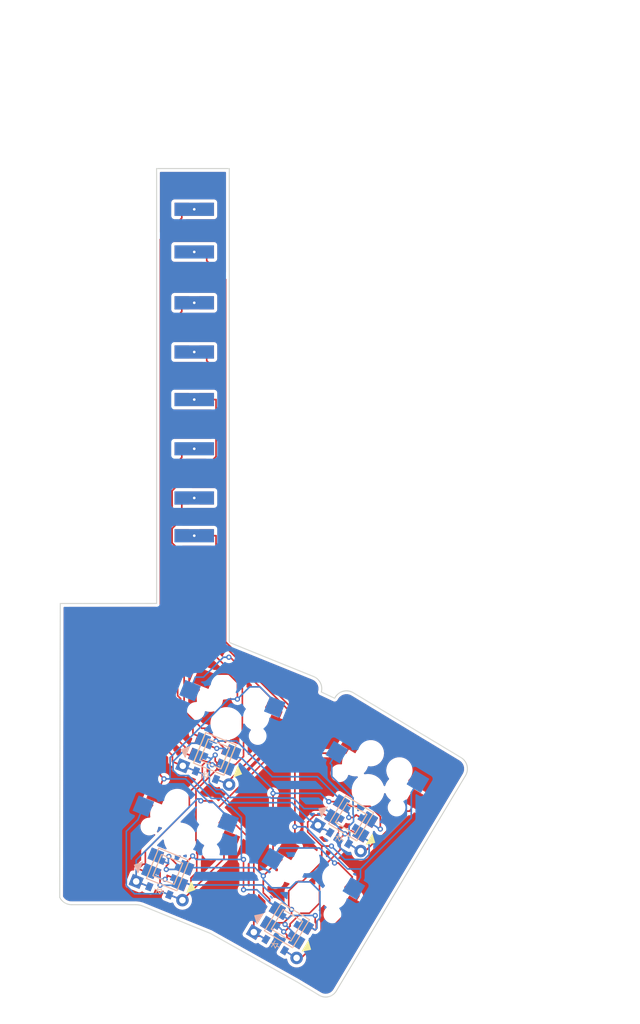
<source format=kicad_pcb>
(kicad_pcb (version 20211014) (generator pcbnew)
  (title_block (title "scaarix_flow") (rev "v1.0.0") (company "Unknown"))
  (layers (0 "F.Cu" signal) (31 "B.Cu" signal) (34 "B.Paste" user) (35 "F.Paste" user) (36 "B.SilkS" user "B.Silkscreen") (37 "F.SilkS" user "F.Silkscreen") (38 "B.Mask" user) (39 "F.Mask" user) (44 "Edge.Cuts" user))
  (net 0 "")
  (net 1 "GND")
  (net 2 "VCC")
  (net 3 "P19")
  (net 4 "P18")
  (net 5 "P16")
  (net 6 "P10")
  (net 7 "P1")
  (net 8 "1_bottom")
  (net 9 "1_top")
  (net 10 "2_bottom")
  (net 11 "2_top")
  (net 12 "D1")
  (footprint "ComboDiode" (layer "F.Cu") (at 299.5937 174.0517 -31)
    (fp_text reference "D27" hide)
    (fp_text value "" hide)
  )
  (footprint "ComboDiode" (layer "F.Cu") (at 279.2334 164.4522 -22)
    (fp_text reference "D25" hide)
    (fp_text value "" hide)
  )
  (footprint "WS2812B" (layer "F.Cu") (at 301.3963 171.0516 -31)
    (fp_text reference "LED27" hide)
    (fp_text value "" hide)
  )
  (footprint "MX" (layer "F.Cu") (at 282.4175 156.5711 -22)
    (fp_text reference "S25" hide)
    (fp_text value "" hide)
  )
  (footprint "ComboDiode" (layer "F.Cu") (at 289.808 190.3378 -31)
    (fp_text reference "D26" hide)
    (fp_text value "" hide)
  )
  (footprint "WS2812B" (layer "F.Cu") (at 291.6106 187.3378 -31)
    (fp_text reference "LED26" hide)
    (fp_text value "" hide)
  )
  (footprint "MX" (layer "F.Cu") (at 303.9715 166.7657 -31)
    (fp_text reference "S27" hide)
    (fp_text value "" hide)
  )
  (footprint "WS2812B" (layer "F.Cu") (at 273.427 178.8235 -22)
    (fp_text reference "LED24" hide)
    (fp_text value "" hide)
  )
  (footprint "WS2812B" (layer "F.Cu") (at 280.5445 161.207 -22)
    (fp_text reference "LED25" hide)
    (fp_text value "" hide)
  )
  (footprint "ComboDiode" (layer "F.Cu") (at 272.1158 182.0686 -22)
    (fp_text reference "D24" hide)
    (fp_text value "" hide)
  )
  (footprint "MX" (layer "F.Cu") (at 275.3 174.1876 -22)
    (fp_text reference "S24" hide)
    (fp_text value "" hide)
  )
  (footprint "MX" (layer "F.Cu") (at 294.1858 183.0519 -31)
    (fp_text reference "S26" hide)
    (fp_text value "" hide)
  )
  (footprint "eric's footprints:bridge" (layer "B.Cu") (at 277.45 107.7 90)
    (fp_text reference "J2" hide)
    (fp_text value "Conn_01x06" hide)
  )
  (footprint "WS2812B" (layer "B.Cu") (at 280.6 161.2125 158)
    (fp_text reference "LED52" hide)
    (fp_text value "" hide)
  )
  (footprint "WS2812B" (layer "B.Cu") (at 273.4 178.8125 158)
    (fp_text reference "LED51" hide)
    (fp_text value "" hide)
  )
  (footprint "WS2812B" (layer "B.Cu") (at 301.4 171.0125 149)
    (fp_text reference "LED54" hide)
    (fp_text value "" hide)
  )
  (footprint "WS2812B" (layer "B.Cu") (at 291.6 187.3125 149)
    (fp_text reference "LED53" hide)
    (fp_text value "" hide)
  )
  (gr_arc (start 318.174778 161.766927) (mid 319.085152 162.997452) (end 318.859037 164.511338) (layer "Edge.Cuts") (width 0.15))
  (gr_line (start 293.160869 195.970681) (end 296.440172 197.939388) (layer "Edge.Cuts") (width 0.15))
  (gr_line (start 256.916673 183.068496) (end 257 138.28) (layer "Edge.Cuts") (width 0.15))
  (gr_line (start 308.970306 180.96895) (end 318.859037 164.511338) (layer "Edge.Cuts") (width 0.15))
  (gr_line (start 298.972756 152.562455) (end 298.876192 152.723164) (layer "Edge.Cuts") (width 0.15))
  (gr_arc (start 279.908969 188.559805) (mid 279.882175 188.549644) (end 279.855529 188.5391) (layer "Edge.Cuts") (width 0.15))
  (gr_arc (start 298.972755 152.562455) (mid 300.203252 151.651963) (end 301.717166 151.878196) (layer "Edge.Cuts") (width 0.15))
  (gr_line (start 282.8 71.987543) (end 271.7 71.987543) (layer "Edge.Cuts") (width 0.15))
  (gr_line (start 282.8 144.212458) (end 282.8 71.987543) (layer "Edge.Cuts") (width 0.15))
  (gr_line (start 279.908969 188.559805) (end 293.160869 195.970681) (layer "Edge.Cuts") (width 0.15))
  (gr_line (start 271.7 138.270019) (end 271.7 71.987543) (layer "Edge.Cuts") (width 0.15))
  (gr_line (start 295.663929 149.411941) (end 282.8 144.212458) (layer "Edge.Cuts") (width 0.15))
  (gr_arc (start 299.184583 197.255129) (mid 297.96504 198.209554) (end 296.440172 197.939388) (layer "Edge.Cuts") (width 0.15))
  (gr_line (start 258.712202 184.187544) (end 268.501909 184.187544) (layer "Edge.Cuts") (width 0.15))
  (gr_line (start 318.174778 161.766927) (end 301.717166 151.878196) (layer "Edge.Cuts") (width 0.15))
  (gr_arc (start 268.501909 184.187544) (mid 269.074337 184.24266) (end 269.625729 184.405992) (layer "Edge.Cuts") (width 0.15))
  (gr_arc (start 258.712201 184.187544) (mid 257.654359 183.884868) (end 256.916673 183.068496) (layer "Edge.Cuts") (width 0.15))
  (gr_line (start 269.625729 184.405992) (end 279.855529 188.5391) (layer "Edge.Cuts") (width 0.15))
  (gr_line (start 257 138.28) (end 271.7 138.270019) (layer "Edge.Cuts") (width 0.15))
  (gr_arc (start 295.663929 149.411941) (mid 296.70144 150.367661) (end 296.850142 151.770415) (layer "Edge.Cuts") (width 0.15))
  (gr_line (start 298.876192 152.723164) (end 296.850142 151.770415) (layer "Edge.Cuts") (width 0.15))
  (gr_line (start 299.184583 197.255129) (end 308.970306 180.96895) (layer "Edge.Cuts") (width 0.15))
  (segment (start 292.9295 189.9969) (end 291.5958 189.1956) (width 0.25) (layer "F.Cu") (net 1))
  (segment (start 292.9295 189.9969) (end 293.0457 189.8807) (width 0.25) (layer "F.Cu") (net 1))
  (segment (start 277.936 176.4618) (end 277.824 176.3498) (width 0.25) (layer "F.Cu") (net 1))
  (segment (start 301.3815 172.9094) (end 300.9018 173.3891) (width 0.25) (layer "F.Cu") (net 1))
  (segment (start 282.2565 163.6204) (end 282.2565 162.8424) (width 0.25) (layer "F.Cu") (net 1))
  (segment (start 280.7751 146.3819) (end 284.7928 150.3996) (width 0.25) (layer "F.Cu") (net 1))
  (segment (start 291.1047 188.3079) (end 291.1661 188.3693) (width 0.25) (layer "F.Cu") (net 1))
  (segment (start 299.7218 174.1142) (end 299.7218 175.8318) (width 0.25) (layer "F.Cu") (net 1))
  (segment (start 280.9248 163.6204) (end 282.2565 163.6204) (width 0.25) (layer "F.Cu") (net 1))
  (segment (start 280.7751 127.95) (end 280.7751 146.3819) (width 0.25) (layer "F.Cu") (net 1))
  (segment (start 276.9549 180.1092) (end 277.824 179.2401) (width 0.25) (layer "F.Cu") (net 1))
  (segment (start 277.45 127.95) (end 280.7751 127.95) (width 0.25) (layer "F.Cu") (net 1))
  (segment (start 291.1661 188.3693) (end 291.5958 188.799) (width 0.25) (layer "F.Cu") (net 1))
  (segment (start 277.824 176.3498) (end 277.824 174.476) (width 0.25) (layer "F.Cu") (net 1))
  (segment (start 277.7115 174.3635) (end 277.7115 166.7445) (width 0.25) (layer "F.Cu") (net 1))
  (segment (start 296.5677 183.9563) (end 295.0321 185.4919) (width 0.25) (layer "F.Cu") (net 1))
  (segment (start 300.9018 173.3891) (end 300.4469 173.3891) (width 0.25) (layer "F.Cu") (net 1))
  (segment (start 284.7928 150.3996) (end 284.7928 157.8413) (width 0.25) (layer "F.Cu") (net 1))
  (segment (start 302.7152 173.7107) (end 301.3815 172.9094) (width 0.25) (layer "F.Cu") (net 1))
  (segment (start 292.0844 187.121) (end 292.0844 187.451) (width 0.25) (layer "F.Cu") (net 1))
  (segment (start 273.3232 179.7253) (end 273.3232 179.9906) (width 0.25) (layer "F.Cu") (net 1))
  (segment (start 300.4469 173.3891) (end 299.7218 174.1142) (width 0.25) (layer "F.Cu") (net 1))
  (segment (start 284.7928 157.8413) (end 284.9735 158.022) (width 0.25) (layer "F.Cu") (net 1))
  (segment (start 293.0457 189.8807) (end 293.0457 189.2209) (width 0.25) (layer "F.Cu") (net 1))
  (segment (start 275.139 180.4589) (end 276.9549 181.1925) (width 0.25) (layer "F.Cu") (net 1))
  (segment (start 302.7152 173.7107) (end 302.8314 173.5945) (width 0.25) (layer "F.Cu") (net 1))
  (segment (start 276.9549 181.1925) (end 276.9549 180.1092) (width 0.25) (layer "F.Cu") (net 1))
  (segment (start 283.718 162.8424) (end 282.2565 162.8424) (width 0.25) (layer "F.Cu") (net 1))
  (segment (start 275.139 181.2369) (end 275.139 180.4589) (width 0.25) (layer "F.Cu") (net 1))
  (segment (start 279.35 127.95) (end 277.45 127.95) (width 0.25) (layer "F.Cu") (net 1))
  (segment (start 295.0321 185.4919) (end 293.7135 185.4919) (width 0.25) (layer "F.Cu") (net 1))
  (segment (start 277.824 177.1746) (end 277.936 177.0626) (width 0.25) (layer "F.Cu") (net 1))
  (segment (start 292.0844 187.451) (end 291.1661 188.3693) (width 0.25) (layer "F.Cu") (net 1))
  (segment (start 284.9735 158.022) (end 284.9735 161.5869) (width 0.25) (layer "F.Cu") (net 1))
  (segment (start 284.9735 161.5869) (end 283.718 162.8424) (width 0.25) (layer "F.Cu") (net 1))
  (segment (start 302.8314 173.5945) (end 302.8314 172.9347) (width 0.25) (layer "F.Cu") (net 1))
  (segment (start 277.824 174.476) (end 277.7115 174.3635) (width 0.25) (layer "F.Cu") (net 1))
  (segment (start 296.5677 178.9859) (end 296.5677 183.9563) (width 0.25) (layer "F.Cu") (net 1))
  (segment (start 277.824 179.2401) (end 277.824 177.1746) (width 0.25) (layer "F.Cu") (net 1))
  (segment (start 277.7115 166.7445) (end 280.8356 163.6204) (width 0.25) (layer "F.Cu") (net 1))
  (segment (start 275.139 180.4589) (end 273.3232 179.7253) (width 0.25) (layer "F.Cu") (net 1))
  (segment (start 280.8356 163.6204) (end 280.9248 163.6204) (width 0.25) (layer "F.Cu") (net 1))
  (segment (start 277.936 177.0626) (end 277.936 176.4618) (width 0.25) (layer "F.Cu") (net 1))
  (segment (start 275.55 127.95) (end 277.45 127.95) (width 0.25) (layer "F.Cu") (net 1))
  (segment (start 299.7218 175.8318) (end 296.5677 178.9859) (width 0.25) (layer "F.Cu") (net 1))
  (segment (start 273.3232 179.9906) (end 273.0036 180.3102) (width 0.25) (layer "F.Cu") (net 1))
  (segment (start 275.1456 181.2435) (end 275.139 181.2369) (width 0.25) (layer "F.Cu") (net 1))
  (segment (start 280.9248 163.6204) (end 280.9248 162.5649) (width 0.25) (layer "F.Cu") (net 1))
  (segment (start 280.6481 162.2882) (end 280.6481 161.3777) (width 0.25) (layer "F.Cu") (net 1))
  (segment (start 282.2631 163.627) (end 282.2565 163.6204) (width 0.25) (layer "F.Cu") (net 1))
  (segment (start 293.7135 185.4919) (end 292.0844 187.121) (width 0.25) (layer "F.Cu") (net 1))
  (segment (start 291.5958 188.799) (end 291.5958 189.1956) (width 0.25) (layer "F.Cu") (net 1))
  (segment (start 280.9248 162.5649) (end 280.6481 162.2882) (width 0.25) (layer "F.Cu") (net 1))
  (via (at 273.0036 180.3102) (size 0.8) (drill 0.4) (layers "F.Cu" "B.Cu") (net 1))
  (via (at 291.1047 188.3079) (size 0.8) (drill 0.4) (layers "F.Cu" "B.Cu") (net 1))
  (via (at 300.4469 173.3891) (size 0.8) (drill 0.4) (layers "F.Cu" "B.Cu") (net 1))
  (via (at 280.6481 161.3777) (size 0.8) (drill 0.4) (layers "F.Cu" "B.Cu") (net 1))
  (segment (start 294.2085 169.5437) (end 297.3514 169.5437) (width 0.25) (layer "B.Cu") (net 1))
  (segment (start 288.633 187.3964) (end 288.7148 187.3964) (width 0.25) (layer "B.Cu") (net 1))
  (segment (start 280.6039 161.3777) (end 280.6481 161.3777) (width 0.25) (layer "B.Cu") (net 1))
  (segment (start 270.4827 179.3595) (end 272.0578 179.9959) (width 0.25) (layer "B.Cu") (net 1))
  (segment (start 288.7966 187.3964) (end 289.2636 186.9294) (width 0.25) (layer "B.Cu") (net 1))
  (segment (start 279.4746 162.565) (end 279.4746 163.1656) (width 0.25) (layer "B.Cu") (net 1))
  (segment (start 297.3514 169.5437) (end 297.4942 169.6865) (width 0.25) (layer "B.Cu") (net 1))
  (segment (start 282.9141 167.8345) (end 289.0746 167.8345) (width 0.25) (layer "B.Cu") (net 1))
  (segment (start 279.7512 165.5769) (end 280.7947 166.6204) (width 0.25) (layer "B.Cu") (net 1))
  (segment (start 272.3721 180.3102) (end 272.0578 179.9959) (width 0.25) (layer "B.Cu") (net 1))
  (segment (start 275.55 127.95) (end 277.45 127.95) (width 0.25) (layer "B.Cu") (net 1))
  (segment (start 280.0483 161.9333) (end 280.0483 161.9913) (width 0.25) (layer "B.Cu") (net 1))
  (segment (start 281.7 166.6204) (end 282.9141 167.8345) (width 0.25) (layer "B.Cu") (net 1))
  (segment (start 300.4469 173.3891) (end 298.9374 171.8796) (width 0.25) (layer "B.Cu") (net 1))
  (segment (start 278.2324 161.2098) (end 278.2324 161.1997) (width 0.25) (layer "B.Cu") (net 1))
  (segment (start 289.0746 167.8345) (end 289.1771 167.937) (width 0.25) (layer "B.Cu") (net 1))
  (segment (start 288.7148 187.3964) (end 288.7966 187.3964) (width 0.25) (layer "B.Cu") (net 1))
  (segment (start 279.4746 163.1656) (end 279.7512 163.4422) (width 0.25) (layer "B.Cu") (net 1))
  (segment (start 270.4827 179.3595) (end 271.0324 178.8098) (width 0.25) (layer "B.Cu") (net 1))
  (segment (start 278.2324 161.1997) (end 280.0483 161.9333) (width 0.25) (layer "B.Cu") (net 1))
  (segment (start 280.0483 161.9913) (end 279.4746 162.565) (width 0.25) (layer "B.Cu") (net 1))
  (segment (start 290.1932 187.3964) (end 291.1047 188.3079) (width 0.25) (layer "B.Cu") (net 1))
  (segment (start 273.0036 180.3102) (end 272.3721 180.3102) (width 0.25) (layer "B.Cu") (net 1))
  (segment (start 280.0483 161.9333) (end 280.6039 161.3777) (width 0.25) (layer "B.Cu") (net 1))
  (segment (start 280.7947 166.6204) (end 281.7 166.6204) (width 0.25) (layer "B.Cu") (net 1))
  (segment (start 288.7148 187.3964) (end 290.1932 187.3964) (width 0.25) (layer "B.Cu") (net 1))
  (segment (start 289.1771 167.937) (end 292.6018 167.937) (width 0.25) (layer "B.Cu") (net 1))
  (segment (start 277.45 127.95) (end 279.35 127.95) (width 0.25) (layer "B.Cu") (net 1))
  (segment (start 277.6827 161.7595) (end 278.2324 161.2098) (width 0.25) (layer "B.Cu") (net 1))
  (segment (start 298.9374 171.0964) (end 298.9374 170.7556) (width 0.25) (layer "B.Cu") (net 1))
  (segment (start 298.9374 171.8796) (end 298.9374 171.0964) (width 0.25) (layer "B.Cu") (net 1))
  (segment (start 271.0324 178.8098) (end 271.0324 178.7997) (width 0.25) (layer "B.Cu") (net 1))
  (segment (start 298.9374 170.7556) (end 299.0636 170.6294) (width 0.25) (layer "B.Cu") (net 1))
  (segment (start 299.0636 170.6294) (end 297.4942 169.6865) (width 0.25) (layer "B.Cu") (net 1))
  (segment (start 292.6018 167.937) (end 294.2085 169.5437) (width 0.25) (layer "B.Cu") (net 1))
  (segment (start 298.433 171.0964) (end 298.9374 171.0964) (width 0.25) (layer "B.Cu") (net 1))
  (segment (start 279.7512 163.4422) (end 279.7512 165.5769) (width 0.25) (layer "B.Cu") (net 1))
  (segment (start 299.9878 168.4821) (end 299.9612 168.4821) (width 0.25) (layer "F.Cu") (net 2))
  (segment (start 271.7084 176.4035) (end 271.715 176.4101) (width 0.25) (layer "F.Cu") (net 2))
  (segment (start 275.0829 120.0982) (end 274.0756 121.1055) (width 0.25) (layer "F.Cu") (net 2))
  (segment (start 289.4774 178.3244) (end 287.9896 179.8122) (width 0.25) (layer "F.Cu") (net 2))
  (segment (start 278.8325 159.5716) (end 278.8259 159.565) (width 0.25) (layer "F.Cu") (net 2))
  (segment (start 287.9896 182.3766) (end 288.9582 183.3452) (width 0.25) (layer "F.Cu") (net 2))
  (segment (start 288.9582 183.3452) (end 288.9582 183.8774) (width 0.25) (layer "F.Cu") (net 2))
  (segment (start 301.4111 169.1938) (end 301.4112 169.1937) (width 0.25) (layer "F.Cu") (net 2))
  (segment (start 274.0756 121.1055) (end 274.0756 126.2132) (width 0.25) (layer "F.Cu") (net 2))
  (segment (start 299.9612 168.4821) (end 299.9612 169.1685) (width 0.25) (layer "F.Cu") (net 2))
  (segment (start 273.5308 177.9438) (end 273.1817 178.2929) (width 0.25) (layer "F.Cu") (net 2))
  (segment (start 280.7751 115.8783) (end 276.5552 120.0982) (width 0.25) (layer "F.Cu") (net 2))
  (segment (start 273.6255 126.6633) (end 273.6255 129.2366) (width 0.25) (layer "F.Cu") (net 2))
  (segment (start 271.715 176.4101) (end 271.715 177.1881) (width 0.25) (layer "F.Cu") (net 2))
  (segment (start 300.0774 168.3925) (end 299.9878 168.4821) (width 0.25) (layer "F.Cu") (net 2))
  (segment (start 278.8259 159.565) (end 278.8259 158.787) (width 0.25) (layer "F.Cu") (net 2))
  (segment (start 290.2917 184.6787) (end 288.9581 183.8775) (width 0.25) (layer "F.Cu") (net 2))
  (segment (start 275.3693 152.7842) (end 275.3693 155.3304) (width 0.25) (layer "F.Cu") (net 2))
  (segment (start 278.8259 158.787) (end 277.2508 158.1506) (width 0.25) (layer "F.Cu") (net 2))
  (segment (start 290.1755 185.4547) (end 290.2917 185.3385) (width 0.25) (layer "F.Cu") (net 2))
  (segment (start 275.3693 155.3304) (end 277.2508 157.2119) (width 0.25) (layer "F.Cu") (net 2))
  (segment (start 277.2508 157.2119) (end 277.2508 158.1506) (width 0.25) (layer "F.Cu") (net 2))
  (segment (start 277.45 107.2) (end 280.7751 107.2) (width 0.25) (layer "F.Cu") (net 2))
  (segment (start 274.9192 130.5303) (end 274.9192 152.3341) (width 0.25) (layer "F.Cu") (net 2))
  (segment (start 273.6255 129.2366) (end 274.9192 130.5303) (width 0.25) (layer "F.Cu") (net 2))
  (segment (start 273.1817 178.2929) (end 273.1817 178.8146) (width 0.25) (layer "F.Cu") (net 2))
  (segment (start 280.7676 160.293) (end 280.6182 160.293) (width 0.25) (layer "F.Cu") (net 2))
  (segment (start 273.5308 177.9217) (end 273.5308 177.9438) (width 0.25) (layer "F.Cu") (net 2))
  (segment (start 274.9192 152.3341) (end 275.3693 152.7842) (width 0.25) (layer "F.Cu") (net 2))
  (segment (start 280.7751 107.2) (end 280.7751 115.8783) (width 0.25) (layer "F.Cu") (net 2))
  (segment (start 274.0756 126.2132) (end 273.6255 126.6633) (width 0.25) (layer "F.Cu") (net 2))
  (segment (start 275.55 107.2) (end 277.45 107.2) (width 0.25) (layer "F.Cu") (net 2))
  (segment (start 271.715 177.1881) (end 273.5308 177.9217) (width 0.25) (layer "F.Cu") (net 2))
  (segment (start 300.0774 168.3925) (end 301.4111 169.1938) (width 0.25) (layer "F.Cu") (net 2))
  (segment (start 301.4112 169.1937) (end 304.2708 169.1937) (width 0.25) (layer "F.Cu") (net 2))
  (segment (start 290.2917 185.3385) (end 290.2917 184.6787) (width 0.25) (layer "F.Cu") (net 2))
  (segment (start 276.5552 120.0982) (end 275.0829 120.0982) (width 0.25) (layer "F.Cu") (net 2))
  (segment (start 304.2708 169.1937) (end 305.8546 170.7775) (width 0.25) (layer "F.Cu") (net 2))
  (segment (start 287.9896 179.8122) (end 287.9896 182.3766) (width 0.25) (layer "F.Cu") (net 2))
  (segment (start 305.8546 170.7775) (end 305.8546 172.6594) (width 0.25) (layer "F.Cu") (net 2))
  (segment (start 289.4774 167.2119) (end 289.4774 178.3244) (width 0.25) (layer "F.Cu") (net 2))
  (segment (start 288.9582 183.8774) (end 288.9581 183.8775) (width 0.25) (layer "F.Cu") (net 2))
  (segment (start 280.8862 160.3668) (end 280.8414 160.3668) (width 0.25) (layer "F.Cu") (net 2))
  (segment (start 278.8325 159.5716) (end 280.6182 160.293) (width 0.25) (layer "F.Cu") (net 2))
  (segment (start 280.8414 160.3668) (end 280.7676 160.293) (width 0.25) (layer "F.Cu") (net 2))
  (segment (start 299.9612 168.4821) (end 297.9868 168.4821) (width 0.25) (layer "F.Cu") (net 2))
  (via (at 305.8546 172.6594) (size 0.8) (drill 0.4) (layers "F.Cu" "B.Cu") (net 2))
  (via (at 280.8862 160.3668) (size 0.8) (drill 0.4) (layers "F.Cu" "B.Cu") (net 2))
  (via (at 297.9868 168.4821) (size 0.8) (drill 0.4) (layers "F.Cu" "B.Cu") (net 2))
  (via (at 287.9896 179.8122) (size 0.8) (drill 0.4) (layers "F.Cu" "B.Cu") (net 2))
  (via (at 273.1817 178.8146) (size 0.8) (drill 0.4) (layers "F.Cu" "B.Cu") (net 2))
  (via (at 289.4774 167.2119) (size 0.8) (drill 0.4) (layers "F.Cu" "B.Cu") (net 2))
  (segment (start 286.7177 178.5403) (end 287.9896 179.8122) (width 0.25) (layer "B.Cu") (net 2))
  (segment (start 293.9364 187.6956) (end 294.1 187.6956) (width 0.25) (layer "B.Cu") (net 2))
  (segment (start 275.55 107.2) (end 277.45 107.2) (width 0.25) (layer "B.Cu") (net 2))
  (segment (start 305.6267 172.6594) (end 305.8546 172.6594) (width 0.25) (layer "B.Cu") (net 2))
  (segment (start 289.4774 166.653) (end 289.4774 167.2119) (width 0.25) (layer "B.Cu") (net 2))
  (segment (start 296.1794 186.6774) (end 296.1794 187.7511) (width 0.25) (layer "B.Cu") (net 2))
  (segment (start 292.1103 181.6116) (end 293.0075 180.7144) (width 0.25) (layer "B.Cu") (net 2))
  (segment (start 284.7834 161.9589) (end 284.7834 161.959) (width 0.25) (layer "B.Cu") (net 2))
  (segment (start 282.1192 160.3668) (end 280.8862 160.3668) (width 0.25) (layer "B.Cu") (net 2))
  (segment (start 282.9676 161.2253) (end 284.7834 161.9589) (width 0.25) (layer "B.Cu") (net 2))
  (segment (start 275.7676 178.8152) (end 276.0425 178.5403) (width 0.25) (layer "B.Cu") (net 2))
  (segment (start 275.767 178.8146) (end 275.7676 178.8152) (width 0.25) (layer "B.Cu") (net 2))
  (segment (start 305.3058 172.3385) (end 305.6267 172.6594) (width 0.25) (layer "B.Cu") (net 2))
  (segment (start 294.567 187.2286) (end 295.9007 188.0298) (width 0.25) (layer "B.Cu") (net 2))
  (segment (start 282.9676 161.2152) (end 282.1192 160.3668) (width 0.25) (layer "B.Cu") (net 2))
  (segment (start 293.0075 180.7144) (end 295.175 180.7144) (width 0.25) (layer "B.Cu") (net 2))
  (segment (start 296.6383 182.1777) (end 296.6383 186.2185) (width 0.25) (layer "B.Cu") (net 2))
  (segment (start 294.1 187.6956) (end 294.567 187.2286) (width 0.25) (layer "B.Cu") (net 2))
  (segment (start 296.7166 167.2119) (end 297.9868 168.4821) (width 0.25) (layer "B.Cu") (net 2))
  (segment (start 277.45 107.2) (end 279.35 107.2) (width 0.25) (layer "B.Cu") (net 2))
  (segment (start 289.4774 167.2119) (end 296.7166 167.2119) (width 0.25) (layer "B.Cu") (net 2))
  (segment (start 273.1817 178.8146) (end 275.767 178.8146) (width 0.25) (layer "B.Cu") (net 2))
  (segment (start 303.7364 171.3956) (end 305.3058 172.3385) (width 0.25) (layer "B.Cu") (net 2))
  (segment (start 276.0425 178.5403) (end 276.3173 178.5403) (width 0.25) (layer "B.Cu") (net 2))
  (segment (start 276.3173 178.5403) (end 276.3173 178.2655) (width 0.25) (layer "B.Cu") (net 2))
  (segment (start 296.6383 186.2185) (end 296.1794 186.6774) (width 0.25) (layer "B.Cu") (net 2))
  (segment (start 304.367 170.9286) (end 304.2034 170.9286) (width 0.25) (layer "B.Cu") (net 2))
  (segment (start 287.9896 179.8122) (end 287.9896 180.3268) (width 0.25) (layer "B.Cu") (net 2))
  (segment (start 282.9676 161.2152) (end 282.9676 161.2253) (width 0.25) (layer "B.Cu") (net 2))
  (segment (start 284.7834 161.959) (end 289.4774 166.653) (width 0.25) (layer "B.Cu") (net 2))
  (segment (start 289.2744 181.6116) (end 292.1103 181.6116) (width 0.25) (layer "B.Cu") (net 2))
  (segment (start 287.9896 180.3268) (end 289.2744 181.6116) (width 0.25) (layer "B.Cu") (net 2))
  (segment (start 304.2034 170.9286) (end 303.7364 171.3956) (width 0.25) (layer "B.Cu") (net 2))
  (segment (start 283.5173 160.6655) (end 282.9676 161.2152) (width 0.25) (layer "B.Cu") (net 2))
  (segment (start 295.175 180.7144) (end 296.6383 182.1777) (width 0.25) (layer "B.Cu") (net 2))
  (segment (start 275.7676 178.8253) (end 275.7676 178.8152) (width 0.25) (layer "B.Cu") (net 2))
  (segment (start 296.1794 187.7511) (end 295.9007 188.0298) (width 0.25) (layer "B.Cu") (net 2))
  (segment (start 276.3173 178.5403) (end 286.7177 178.5403) (width 0.25) (layer "B.Cu") (net 2))
  (segment (start 269.5207 181.0201) (end 269.5207 181.0202) (width 0.25) (layer "F.Cu") (net 3))
  (segment (start 287.1368 188.97) (end 286.8395 188.6727) (width 0.25) (layer "F.Cu") (net 3))
  (segment (start 291.938 154.6391) (end 281.5598 144.2609) (width 0.25) (layer "F.Cu") (net 3))
  (segment (start 286.5422 174.77) (end 286.5422 188.3755) (width 0.25) (layer "F.Cu") (net 3))
  (segment (start 268.9621 181.0202) (end 268.5832 180.6413) (width 0.25) (layer "F.Cu") (net 3))
  (segment (start 281.5598 144.2609) (end 281.5598 103.4849) (width 0.25) (layer "F.Cu") (net 3))
  (segment (start 288.3937 189.488) (end 287.5315 188.97) (width 0.25) (layer "F.Cu") (net 3))
  (segment (start 279.35 99.95) (end 279.35 101.2751) (width 0.25) (layer "F.Cu") (net 3))
  (segment (start 275.55 99.95) (end 277.45 99.95) (width 0.25) (layer "F.Cu") (net 3))
  (segment (start 279.35 99.95) (end 277.45 99.95) (width 0.25) (layer "F.Cu") (net 3))
  (segment (start 281.1455 169.3733) (end 286.5422 174.77) (width 0.25) (layer "F.Cu") (net 3))
  (segment (start 270.5859 181.4505) (end 269.5207 181.0201) (width 0.25) (layer "F.Cu") (net 3))
  (segment (start 280.1393 168.3671) (end 278.4607 168.3671) (width 0.25) (layer "F.Cu") (net 3))
  (segment (start 269.5207 181.0202) (end 268.9621 181.0202) (width 0.25) (layer "F.Cu") (net 3))
  (segment (start 286.8395 188.6727) (end 286.8394 188.6727) (width 0.25) (layer "F.Cu") (net 3))
  (segment (start 291.938 158.5808) (end 291.938 154.6391) (width 0.25) (layer "F.Cu") (net 3))
  (segment (start 286.8394 188.6727) (end 286.5422 188.3755) (width 0.25) (layer "F.Cu") (net 3))
  (segment (start 281.1455 169.3733) (end 291.938 158.5808) (width 0.25) (layer "F.Cu") (net 3))
  (segment (start 281.5598 103.4849) (end 279.35 101.2751) (width 0.25) (layer "F.Cu") (net 3))
  (segment (start 281.1455 169.3733) (end 280.1393 168.3671) (width 0.25) (layer "F.Cu") (net 3))
  (segment (start 287.5315 188.97) (end 287.1368 188.97) (width 0.25) (layer "F.Cu") (net 3))
  (via (at 278.4607 168.3671) (size 0.8) (drill 0.4) (layers "F.Cu" "B.Cu") (net 3))
  (segment (start 287.8424 189.1567) (end 288.1737 189.488) (width 0.25) (layer "B.Cu") (net 3))
  (segment (start 279.35 99.95) (end 277.45 99.95) (width 0.25) (layer "B.Cu") (net 3))
  (segment (start 268.5832 180.6413) (end 268.5832 177.3947) (width 0.25) (layer "B.Cu") (net 3))
  (segment (start 270.1637 181.2798) (end 270.4152 181.2798) (width 0.25) (layer "B.Cu") (net 3))
  (segment (start 286.5422 188.3755) (end 287.8424 189.1567) (width 0.25) (layer "B.Cu") (net 3))
  (segment (start 270.4152 181.2798) (end 270.5859 181.4505) (width 0.25) (layer "B.Cu") (net 3))
  (segment (start 278.6552 168.1726) (end 278.4607 168.3671) (width 0.25) (layer "B.Cu") (net 3))
  (segment (start 268.5832 177.3947) (end 277.9145 168.0634) (width 0.25) (layer "B.Cu") (net 3))
  (segment (start 288.1737 189.488) (end 288.3937 189.488) (width 0.25) (layer "B.Cu") (net 3))
  (segment (start 278.546 168.0634) (end 278.6552 168.1726) (width 0.25) (layer "B.Cu") (net 3))
  (segment (start 277.9145 168.0634) (end 278.546 168.0634) (width 0.25) (layer "B.Cu") (net 3))
  (segment (start 268.5832 180.6413) (end 270.1637 181.2798) (width 0.25) (layer "B.Cu") (net 3))
  (segment (start 275.55 99.95) (end 277.45 99.95) (width 0.25) (layer "B.Cu") (net 3))
  (segment (start 275.55 93.7751) (end 274.0638 95.2613) (width 0.25) (layer "F.Cu") (net 4))
  (segment (start 276.0797 163.4038) (end 275.7008 163.0249) (width 0.25) (layer "F.Cu") (net 4))
  (segment (start 274.1203 161.4444) (end 274.1203 162.3864) (width 0.25) (layer "F.Cu") (net 4))
  (segment (start 298.1794 173.2019) (end 297.3172 172.6839) (width 0.25) (layer "F.Cu") (net 4))
  (segment (start 277.7035 163.8341) (end 276.6383 163.4037) (width 0.25) (layer "F.Cu") (net 4))
  (segment (start 296.9224 172.6839) (end 296.3279 172.0894) (width 0.25) (layer "F.Cu") (net 4))
  (segment (start 276.6383 163.4037) (end 276.6383 163.4038) (width 0.25) (layer "F.Cu") (net 4))
  (segment (start 273.6138 130.4981) (end 273.6138 160.9379) (width 0.25) (layer "F.Cu") (net 4))
  (segment (start 273.1754 125.8402) (end 272.7253 126.2903) (width 0.25) (layer "F.Cu") (net 4))
  (segment (start 273.6138 119.2868) (end 273.1754 119.7252) (width 0.25) (layer "F.Cu") (net 4))
  (segment (start 273.6138 160.9379) (end 274.1203 161.4444) (width 0.25) (layer "F.Cu") (net 4))
  (segment (start 275.55 92.45) (end 277.45 92.45) (width 0.25) (layer "F.Cu") (net 4))
  (segment (start 274.0638 96.9184) (end 273.6138 97.3684) (width 0.25) (layer "F.Cu") (net 4))
  (segment (start 272.7253 129.6096) (end 273.6138 130.4981) (width 0.25) (layer "F.Cu") (net 4))
  (segment (start 272.7253 126.2903) (end 272.7253 129.6096) (width 0.25) (layer "F.Cu") (net 4))
  (segment (start 276.6383 163.4038) (end 276.0797 163.4038) (width 0.25) (layer "F.Cu") (net 4))
  (segment (start 275.55 92.45) (end 275.55 93.7751) (width 0.25) (layer "F.Cu") (net 4))
  (segment (start 273.1754 119.7252) (end 273.1754 125.8402) (width 0.25) (layer "F.Cu") (net 4))
  (segment (start 273.6138 97.3684) (end 273.6138 119.2868) (width 0.25) (layer "F.Cu") (net 4))
  (segment (start 297.3172 172.6839) (end 296.9224 172.6839) (width 0.25) (layer "F.Cu") (net 4))
  (segment (start 274.0638 95.2613) (end 274.0638 96.9184) (width 0.25) (layer "F.Cu") (net 4))
  (segment (start 275.7008 163.0249) (end 274.1203 162.3864) (width 0.25) (layer "F.Cu") (net 4))
  (segment (start 279.35 92.45) (end 277.45 92.45) (width 0.25) (layer "F.Cu") (net 4))
  (segment (start 275.55 92.45) (end 277.45 92.45) (width 0.25) (layer "B.Cu") (net 4))
  (segment (start 281.4037 167.2294) (end 282.8178 168.6435) (width 0.25) (layer "B.Cu") (net 4))
  (segment (start 278.7687 164.2645) (end 278.7687 164.5944) (width 0.25) (layer "B.Cu") (net 4))
  (segment (start 277.7035 163.8341) (end 278.7687 164.2645) (width 0.25) (layer "B.Cu") (net 4))
  (segment (start 292.3629 168.6435) (end 295.0276 171.3082) (width 0.25) (layer "B.Cu") (net 4))
  (segment (start 278.8636 165.3259) (end 280.7671 167.2294) (width 0.25) (layer "B.Cu") (net 4))
  (segment (start 296.6251 172.3866) (end 296.3279 172.0894) (width 0.25) (layer "B.Cu") (net 4))
  (segment (start 280.7671 167.2294) (end 281.4037 167.2294) (width 0.25) (layer "B.Cu") (net 4))
  (segment (start 282.8178 168.6435) (end 292.3629 168.6435) (width 0.25) (layer "B.Cu") (net 4))
  (segment (start 276.6383 163.4037) (end 276.6383 163.4038) (width 0.25) (layer "B.Cu") (net 4))
  (segment (start 298.1794 173.2019) (end 297.3172 172.6839) (width 0.25) (layer "B.Cu") (net 4))
  (segment (start 278.8636 164.6893) (end 278.8636 165.3259) (width 0.25) (layer "B.Cu") (net 4))
  (segment (start 296.9225 172.6839) (end 296.6252 172.3866) (width 0.25) (layer "B.Cu") (net 4))
  (segment (start 296.6252 172.3866) (end 296.6251 172.3866) (width 0.25) (layer "B.Cu") (net 4))
  (segment (start 276.6383 163.4038) (end 276.0797 163.4038) (width 0.25) (layer "B.Cu") (net 4))
  (segment (start 276.0797 163.4038) (end 275.7008 163.0249) (width 0.25) (layer "B.Cu") (net 4))
  (segment (start 278.7687 164.5944) (end 278.8636 164.6893) (width 0.25) (layer "B.Cu") (net 4))
  (segment (start 296.3279 172.0894) (end 295.0276 171.3082) (width 0.25) (layer "B.Cu") (net 4))
  (segment (start 277.7035 163.8341) (end 276.6383 163.4037) (width 0.25) (layer "B.Cu") (net 4))
  (segment (start 277.45 92.45) (end 279.35 92.45) (width 0.25) (layer "B.Cu") (net 4))
  (segment (start 297.3172 172.6839) (end 296.9225 172.6839) (width 0.25) (layer "B.Cu") (net 4))
  (segment (start 301.5803 159.4024) (end 300.5636 161.0946) (width 0.25) (layer "F.Cu") (net 5))
  (segment (start 292.8112 161.0946) (end 292.8112 172.313) (width 0.25) (layer "F.Cu") (net 5))
  (segment (start 292.8112 154.6997) (end 282.2349 144.1234) (width 0.25) (layer "F.Cu") (net 5))
  (segment (start 292.8112 161.0946) (end 292.8112 154.6997) (width 0.25) (layer "F.Cu") (net 5))
  (segment (start 279.35 84.7) (end 277.45 84.7) (width 0.25) (layer "F.Cu") (net 5))
  (segment (start 275.55 84.7) (end 277.45 84.7) (width 0.25) (layer "F.Cu") (net 5))
  (segment (start 282.2349 144.1234) (end 282.2349 88.91) (width 0.25) (layer "F.Cu") (net 5))
  (segment (start 279.35 84.7) (end 279.35 86.0251) (width 0.25) (layer "F.Cu") (net 5))
  (segment (start 291.7946 175.6886) (end 292.8112 173.9964) (width 0.25) (layer "F.Cu") (net 5))
  (segment (start 292.8112 172.313) (end 292.8112 173.9964) (width 0.25) (layer "F.Cu") (net 5))
  (segment (start 292.8112 161.0946) (end 300.5636 161.0946) (width 0.25) (layer "F.Cu") (net 5))
  (segment (start 282.2349 88.91) (end 279.35 86.0251) (width 0.25) (layer "F.Cu") (net 5))
  (via (at 292.8112 172.313) (size 0.8) (drill 0.4) (layers "F.Cu" "B.Cu") (net 5))
  (segment (start 301.8098 181.7063) (end 302.8264 180.0141) (width 0.25) (layer "B.Cu") (net 5))
  (segment (start 310.5788 167.1123) (end 310.5789 167.1124) (width 0.25) (layer "B.Cu") (net 5))
  (segment (start 300.8554 178.7417) (end 302.8264 178.7417) (width 0.25) (layer "B.Cu") (net 5))
  (segment (start 302.8264 178.7417) (end 302.8264 180.0141) (width 0.25) (layer "B.Cu") (net 5))
  (segment (start 277.45 84.7) (end 279.35 84.7) (width 0.25) (layer "B.Cu") (net 5))
  (segment (start 311.5955 165.4201) (end 310.5788 167.1123) (width 0.25) (layer "B.Cu") (net 5))
  (segment (start 292.8112 172.313) (end 294.4267 172.313) (width 0.25) (layer "B.Cu") (net 5))
  (segment (start 294.4267 172.313) (end 300.8554 178.7417) (width 0.25) (layer "B.Cu") (net 5))
  (segment (start 310.5789 167.1124) (end 310.5789 170.9892) (width 0.25) (layer "B.Cu") (net 5))
  (segment (start 310.5789 170.9892) (end 302.8264 178.7417) (width 0.25) (layer "B.Cu") (net 5))
  (segment (start 275.55 84.7) (end 277.45 84.7) (width 0.25) (layer "B.Cu") (net 5))
  (segment (start 284.0385 150.3511) (end 284.0385 152.8544) (width 0.25) (layer "F.Cu") (net 6))
  (segment (start 271.7864 167.2891) (end 272.6186 165.2293) (width 0.25) (layer "F.Cu") (net 6))
  (segment (start 275.55 78.2) (end 275.55 79.5251) (width 0.25) (layer "F.Cu") (net 6))
  (segment (start 282.7292 149.0418) (end 284.0385 150.3511) (width 0.25) (layer "F.Cu") (net 6))
  (segment (start 272.2752 164.4547) (end 272.8342 165.0137) (width 0.25) (layer "F.Cu") (net 6))
  (segment (start 272.8342 165.0137) (end 272.6186 165.2293) (width 0.25) (layer "F.Cu") (net 6))
  (segment (start 278.9039 149.6726) (end 279.5347 149.0418) (width 0.25) (layer "F.Cu") (net 6))
  (segment (start 279.5347 149.0418) (end 282.7292 149.0418) (width 0.25) (layer "F.Cu") (net 6))
  (segment (start 275.55 79.5251) (end 272.2752 82.7999) (width 0.25) (layer "F.Cu") (net 6))
  (segment (start 272.2752 82.7999) (end 272.2752 164.4547) (width 0.25) (layer "F.Cu") (net 6))
  (segment (start 279.35 78.2) (end 277.45 78.2) (width 0.25) (layer "F.Cu") (net 6))
  (segment (start 277.45 78.2) (end 275.55 78.2) (width 0.25) (layer "F.Cu") (net 6))
  (via (at 272.8342 165.0137) (size 0.8) (drill 0.4) (layers "F.Cu" "B.Cu") (net 6))
  (via (at 284.0385 152.8544) (size 0.8) (drill 0.4) (layers "F.Cu" "B.Cu") (net 6))
  (segment (start 284.0385 152.8544) (end 285.907 150.9859) (width 0.25) (layer "B.Cu") (net 6))
  (segment (start 273.7605 165.0137) (end 276.1329 165.0137) (width 0.25) (layer "B.Cu") (net 6))
  (segment (start 280.3587 168.6029) (end 282.6196 170.8638) (width 0.25) (layer "B.Cu") (net 6))
  (segment (start 285.907 150.9859) (end 287.4848 150.9859) (width 0.25) (layer "B.Cu") (net 6))
  (segment (start 276.1329 165.0137) (end 279.7221 168.6029) (width 0.25) (layer "B.Cu") (net 6))
  (segment (start 289.7371 153.2382) (end 289.7371 154.0495) (width 0.25) (layer "B.Cu") (net 6))
  (segment (start 273.7605 161.7701) (end 273.7605 165.0137) (width 0.25) (layer "B.Cu") (net 6))
  (segment (start 282.6196 170.8638) (end 282.6196 171.666) (width 0.25) (layer "B.Cu") (net 6))
  (segment (start 287.4848 150.9859) (end 289.7371 153.2382) (width 0.25) (layer "B.Cu") (net 6))
  (segment (start 282.6762 152.8544) (end 273.7605 161.7701) (width 0.25) (layer "B.Cu") (net 6))
  (segment (start 279.7221 168.6029) (end 280.3587 168.6029) (width 0.25) (layer "B.Cu") (net 6))
  (segment (start 272.8342 165.0137) (end 273.7605 165.0137) (width 0.25) (layer "B.Cu") (net 6))
  (segment (start 284.0385 152.8544) (end 282.6762 152.8544) (width 0.25) (layer "B.Cu") (net 6))
  (segment (start 275.55 125.3755) (end 274.0756 126.8499) (width 0.25) (layer "F.Cu") (net 7))
  (segment (start 274.0756 129.0501) (end 275.9037 130.8782) (width 0.25) (layer "F.Cu") (net 7))
  (segment (start 304.1997 170.9677) (end 304.3633 170.9677) (width 0.25) (layer "F.Cu") (net 7))
  (segment (start 295.9113 188.0551) (end 296.0689 187.8975) (width 0.25) (layer "F.Cu") (net 7))
  (segment (start 284.9706 181.9128) (end 284.9706 177.2909) (width 0.25) (layer "F.Cu") (net 7))
  (segment (start 275.7946 178.8262) (end 275.5745 178.8262) (width 0.25) (layer "F.Cu") (net 7))
  (segment (start 282.9121 161.2198) (end 283.4618 160.6701) (width 0.25) (layer "F.Cu") (net 7))
  (segment (start 275.7946 178.8363) (end 275.7946 178.8262) (width 0.25) (layer "F.Cu") (net 7))
  (segment (start 279.35 122.2) (end 277.45 122.2) (width 0.25) (layer "F.Cu") (net 7))
  (segment (start 303.7327 171.4347) (end 304.1997 170.9677) (width 0.25) (layer "F.Cu") (net 7))
  (segment (start 277.2109 176.7622) (end 276.3443 177.6288) (width 0.25) (layer "F.Cu") (net 7))
  (segment (start 295.9131 186.8666) (end 295.9131 185.8305) (width 0.25) (layer "F.Cu") (net 7))
  (segment (start 282.9121 161.2198) (end 280.9312 159.2389) (width 0.25) (layer "F.Cu") (net 7))
  (segment (start 280.7693 159.2389) (end 280.7693 159.2388) (width 0.25) (layer "F.Cu") (net 7))
  (segment (start 275.5745 178.8262) (end 273.5755 176.8272) (width 0.25) (layer "F.Cu") (net 7))
  (segment (start 275.9037 130.8782) (end 275.9037 154.6021) (width 0.25) (layer "F.Cu") (net 7))
  (segment (start 283.4618 160.6701) (end 283.4618 160.66) (width 0.25) (layer "F.Cu") (net 7))
  (segment (start 294.5776 187.2539) (end 295.9113 188.0551) (width 0.25) (layer "F.Cu") (net 7))
  (segment (start 293.947 187.7209) (end 294.1106 187.7209) (width 0.25) (layer "F.Cu") (net 7))
  (segment (start 303.7327 171.4347) (end 302.1632 170.4917) (width 0.25) (layer "F.Cu") (net 7))
  (segment (start 275.7946 178.8262) (end 276.3443 178.2765) (width 0.25) (layer "F.Cu") (net 7))
  (segment (start 274.0756 126.8499) (end 274.0756 129.0501) (width 0.25) (layer "F.Cu") (net 7))
  (segment (start 296.0689 187.0224) (end 295.9131 186.8666) (width 0.25) (layer "F.Cu") (net 7))
  (segment (start 278.5985 157.2969) (end 279.1603 157.2969) (width 0.25) (layer "F.Cu") (net 7))
  (segment (start 302.1632 170.4917) (end 301.7574 170.8975) (width 0.25) (layer "F.Cu") (net 7))
  (segment (start 280.9312 159.2389) (end 280.7693 159.2389) (width 0.25) (layer "F.Cu") (net 7))
  (segment (start 280.7693 158.9059) (end 280.7693 159.2388) (width 0.25) (layer "F.Cu") (net 7))
  (segment (start 275.55 122.2) (end 275.55 125.3755) (width 0.25) (layer "F.Cu") (net 7))
  (segment (start 294.1106 187.7209) (end 294.5776 187.2539) (width 0.25) (layer "F.Cu") (net 7))
  (segment (start 301.7574 170.8975) (end 301.0376 170.8975) (width 0.25) (layer "F.Cu") (net 7))
  (segment (start 279.1603 157.2969) (end 280.7693 158.9059) (width 0.25) (layer "F.Cu") (net 7))
  (segment (start 296.0689 187.8975) (end 296.0689 187.0224) (width 0.25) (layer "F.Cu") (net 7))
  (segment (start 277.45 122.2) (end 275.55 122.2) (width 0.25) (layer "F.Cu") (net 7))
  (segment (start 275.9037 154.6021) (end 278.5985 157.2969) (width 0.25) (layer "F.Cu") (net 7))
  (segment (start 276.3443 177.6288) (end 276.3443 178.2765) (width 0.25) (layer "F.Cu") (net 7))
  (via (at 284.9706 177.2909) (size 0.8) (drill 0.4) (layers "F.Cu" "B.Cu") (net 7))
  (via (at 301.0376 170.8975) (size 0.8) (drill 0.4) (layers "F.Cu" "B.Cu") (net 7))
  (via (at 284.9706 181.9128) (size 0.8) (drill 0.4) (layers "F.Cu" "B.Cu") (net 7))
  (via (at 295.9131 185.8305) (size 0.8) (drill 0.4) (layers "F.Cu" "B.Cu") (net 7))
  (via (at 273.5755 176.8272) (size 0.8) (drill 0.4) (layers "F.Cu" "B.Cu") (net 7))
  (via (at 280.7693 159.2388) (size 0.8) (drill 0.4) (layers "F.Cu" "B.Cu") (net 7))
  (via (at 277.2109 176.7622) (size 0.8) (drill 0.4) (layers "F.Cu" "B.Cu") (net 7))
  (segment (start 290.1649 184.7696) (end 290.1649 185.4294) (width 0.25) (layer "B.Cu") (net 7))
  (segment (start 274.2106 162.3703) (end 277.0038 159.5771) (width 0.25) (layer "B.Cu") (net 7))
  (segment (start 278.8814 158.7925) (end 278.888 158.7991) (width 0.25) (layer "B.Cu") (net 7))
  (segment (start 276.5814 164.5074) (end 275.0271 164.5074) (width 0.25) (layer "B.Cu") (net 7))
  (segment (start 300.0811 168.3534) (end 300.023 168.4115) (width 0.25) (layer "B.Cu") (net 7))
  (segment (start 284.6452 170.8876) (end 282.9972 169.2396) (width 0.25) (layer "B.Cu") (net 7))
  (segment (start 280.6466 159.2388) (end 280.4566 159.4288) (width 0.25) (layer "B.Cu") (net 7))
  (segment (start 290.1649 185.4294) (end 291.7343 186.3723) (width 0.25) (layer "B.Cu") (net 7))
  (segment (start 275.0271 164.5074) (end 274.2106 163.6909) (width 0.25) (layer "B.Cu") (net 7))
  (segment (start 290.2811 184.6534) (end 288.9475 183.8522) (width 0.25) (layer "B.Cu") (net 7))
  (segment (start 271.688 176.3991) (end 271.6814 176.3925) (width 0.25) (layer "B.Cu") (net 7))
  (segment (start 284.6452 177.2909) (end 284.9706 177.2909) (width 0.25) (layer "B.Cu") (net 7))
  (segment (start 277.45 122.2) (end 275.55 122.2) (width 0.25) (layer "B.Cu") (net 7))
  (segment (start 300.023 168.4115) (end 299.9649 168.4115) (width 0.25) (layer "B.Cu") (net 7))
  (segment (start 299.9649 169.1294) (end 301.0376 170.2021) (width 0.25) (layer "B.Cu") (net 7))
  (segment (start 278.8814 158.7925) (end 280.4566 159.4289) (width 0.25) (layer "B.Cu") (net 7))
  (segment (start 273.5038 176.8989) (end 273.5755 176.8272) (width 0.25) (layer "B.Cu") (net 7))
  (segment (start 277.0038 159.5771) (end 278.888 159.5771) (width 0.25) (layer "B.Cu") (net 7))
  (segment (start 287.0081 181.9128) (end 288.9475 183.8522) (width 0.25) (layer "B.Cu") (net 7))
  (segment (start 280.0675 167.9935) (end 276.5814 164.5074) (width 0.25) (layer "B.Cu") (net 7))
  (segment (start 290.2811 184.6534) (end 290.1649 184.7696) (width 0.25) (layer "B.Cu") (net 7))
  (segment (start 282.9972 169.2396) (end 282.7738 169.2396) (width 0.25) (layer "B.Cu") (net 7))
  (segment (start 273.5038 177.9107) (end 273.5038 176.8989) (width 0.25) (layer "B.Cu") (net 7))
  (segment (start 296.2363 164.6829) (end 289.3477 164.6829) (width 0.25) (layer "B.Cu") (net 7))
  (segment (start 292.2761 185.8305) (end 295.9131 185.8305) (width 0.25) (layer "B.Cu") (net 7))
  (segment (start 284.6452 177.2909) (end 284.6452 170.8876) (width 0.25) (layer "B.Cu") (net 7))
  (segment (start 299.9649 168.4115) (end 299.9649 169.1294) (width 0.25) (layer "B.Cu") (net 7))
  (segment (start 301.0376 170.2021) (end 301.0376 170.8975) (width 0.25) (layer "B.Cu") (net 7))
  (segment (start 277.7396 177.2909) (end 284.6452 177.2909) (width 0.25) (layer "B.Cu") (net 7))
  (segment (start 281.5277 167.9935) (end 280.0675 167.9935) (width 0.25) (layer "B.Cu") (net 7))
  (segment (start 289.3477 164.6829) (end 283.9036 159.2388) (width 0.25) (layer "B.Cu") (net 7))
  (segment (start 279.35 122.2) (end 277.45 122.2) (width 0.25) (layer "B.Cu") (net 7))
  (segment (start 280.4566 159.4288) (end 280.4566 159.4289) (width 0.25) (layer "B.Cu") (net 7))
  (segment (start 271.688 177.1771) (end 271.688 176.3991) (width 0.25) (layer "B.Cu") (net 7))
  (segment (start 282.7738 169.2396) (end 281.5277 167.9935) (width 0.25) (layer "B.Cu") (net 7))
  (segment (start 271.688 177.1771) (end 273.5038 177.9107) (width 0.25) (layer "B.Cu") (net 7))
  (segment (start 278.888 158.7991) (end 278.888 159.5771) (width 0.25) (layer "B.Cu") (net 7))
  (segment (start 274.2106 163.6909) (end 274.2106 162.3703) (width 0.25) (layer "B.Cu") (net 7))
  (segment (start 284.9706 181.9128) (end 287.0081 181.9128) (width 0.25) (layer "B.Cu") (net 7))
  (segment (start 277.2109 176.7622) (end 277.7396 177.2909) (width 0.25) (layer "B.Cu") (net 7))
  (segment (start 291.7343 186.3723) (end 292.2761 185.8305) (width 0.25) (layer "B.Cu") (net 7))
  (segment (start 280.7693 159.2388) (end 280.6466 159.2388) (width 0.25) (layer "B.Cu") (net 7))
  (segment (start 299.9649 168.4115) (end 296.2363 164.6829) (width 0.25) (layer "B.Cu") (net 7))
  (segment (start 283.9036 159.2388) (end 280.7693 159.2388) (width 0.25) (layer "B.Cu") (net 7))
  (segment (start 274.7109 183.117) (end 275.2695 183.117) (width 0.25) (layer "F.Cu") (net 8))
  (segment (start 275.2695 183.117) (end 275.6484 183.4959) (width 0.25) (layer "F.Cu") (net 8))
  (segment (start 273.6457 182.6867) (end 274.7109 183.1171) (width 0.25) (layer "F.Cu") (net 8))
  (segment (start 281.9884 176.5464) (end 281.9885 176.5464) (width 0.25) (layer "F.Cu") (net 8))
  (segment (start 281.9885 177.1558) (end 275.6484 183.4959) (width 0.25) (layer "F.Cu") (net 8))
  (segment (start 281.9885 176.5464) (end 281.9885 177.1558) (width 0.25) (layer "F.Cu") (net 8))
  (segment (start 282.8206 174.4866) (end 281.9884 176.5464) (width 0.25) (layer "F.Cu") (net 8))
  (segment (start 274.7109 183.1171) (end 274.7109 183.117) (width 0.25) (layer "F.Cu") (net 8))
  (segment (start 272.5805 182.2564) (end 272.5805 182.2563) (width 0.25) (layer "B.Cu") (net 8))
  (segment (start 272.3115 182.5254) (end 272.5805 182.2564) (width 0.25) (layer "B.Cu") (net 8))
  (segment (start 275.6484 183.4959) (end 275.0897 183.4959) (width 0.25) (layer "B.Cu") (net 8))
  (segment (start 268.3339 182.5254) (end 272.3115 182.5254) (width 0.25) (layer "B.Cu") (net 8))
  (segment (start 269.6824 169.1785) (end 268.8502 171.2383) (width 0.25) (layer "B.Cu") (net 8))
  (segment (start 267.0811 173.0074) (end 267.0811 181.2726) (width 0.25) (layer "B.Cu") (net 8))
  (segment (start 268.8502 171.2383) (end 267.0811 173.0074) (width 0.25) (layer "B.Cu") (net 8))
  (segment (start 275.0897 183.4959) (end 274.7109 183.1171) (width 0.25) (layer "B.Cu") (net 8))
  (segment (start 273.6457 182.6867) (end 274.7109 183.1171) (width 0.25) (layer "B.Cu") (net 8))
  (segment (start 273.6457 182.6867) (end 272.5805 182.2563) (width 0.25) (layer "B.Cu") (net 8))
  (segment (start 267.0811 181.2726) (end 268.3339 182.5254) (width 0.25) (layer "B.Cu") (net 8))
  (segment (start 282.766 165.2699) (end 282.766 165.8795) (width 0.25) (layer "F.Cu") (net 9))
  (segment (start 282.766 165.8795) (end 282.2073 165.8795) (width 0.25) (layer "F.Cu") (net 9))
  (segment (start 289.9381 156.8701) (end 289.1059 158.9299) (width 0.25) (layer "F.Cu") (net 9))
  (segment (start 280.7633 165.0703) (end 281.8285 165.5007) (width 0.25) (layer "F.Cu") (net 9))
  (segment (start 289.106 158.9299) (end 282.766 165.2699) (width 0.25) (layer "F.Cu") (net 9))
  (segment (start 282.7386 146.4685) (end 282.9336 146.4685) (width 0.25) (layer "F.Cu") (net 9))
  (segment (start 289.1059 158.9299) (end 289.106 158.9299) (width 0.25) (layer "F.Cu") (net 9))
  (segment (start 290.7702 154.8103) (end 290.7703 154.8103) (width 0.25) (layer "F.Cu") (net 9))
  (segment (start 289.9381 153.9782) (end 290.7702 154.8103) (width 0.25) (layer "F.Cu") (net 9))
  (segment (start 282.9336 146.4685) (end 289.9381 153.473) (width 0.25) (layer "F.Cu") (net 9))
  (segment (start 282.2073 165.8795) (end 281.8285 165.5007) (width 0.25) (layer "F.Cu") (net 9))
  (segment (start 289.9381 153.473) (end 289.9381 153.9782) (width 0.25) (layer "F.Cu") (net 9))
  (segment (start 289.9381 156.8701) (end 290.7703 154.8103) (width 0.25) (layer "F.Cu") (net 9))
  (via (at 282.7386 146.4685) (size 0.8) (drill 0.4) (layers "F.Cu" "B.Cu") (net 9))
  (segment (start 277.6321 149.5022) (end 278.8597 149.5022) (width 0.25) (layer "B.Cu") (net 9))
  (segment (start 282.766 165.8795) (end 282.3872 165.5007) (width 0.25) (layer "B.Cu") (net 9))
  (segment (start 276.7999 151.562) (end 277.6321 149.5022) (width 0.25) (layer "B.Cu") (net 9))
  (segment (start 278.8597 149.5022) (end 281.8934 146.4685) (width 0.25) (layer "B.Cu") (net 9))
  (segment (start 281.8934 146.4685) (end 282.7386 146.4685) (width 0.25) (layer "B.Cu") (net 9))
  (segment (start 282.3872 165.5007) (end 281.8285 165.5007) (width 0.25) (layer "B.Cu") (net 9))
  (segment (start 280.7633 165.0703) (end 281.8285 165.5007) (width 0.25) (layer "B.Cu") (net 9))
  (segment (start 301.567 184.5237) (end 300.5503 186.2159) (width 0.25) (layer "F.Cu") (net 10))
  (segment (start 293.7906 192.3001) (end 293.0738 192.3001) (width 0.25) (layer "F.Cu") (net 10))
  (segment (start 301.567 179.9495) (end 301.567 181.8149) (width 0.25) (layer "F.Cu") (net 10))
  (segment (start 300.5503 186.2159) (end 299.8748 186.2159) (width 0.25) (layer "F.Cu") (net 10))
  (segment (start 301.567 184.5237) (end 302.5836 182.8315) (width 0.25) (layer "F.Cu") (net 10))
  (segment (start 292.679 192.3001) (end 293.0738 192.3001) (width 0.25) (layer "F.Cu") (net 10))
  (segment (start 291.2223 191.1876) (end 292.0845 191.7056) (width 0.25) (layer "F.Cu") (net 10))
  (segment (start 299.8748 186.2159) (end 293.7906 192.3001) (width 0.25) (layer "F.Cu") (net 10))
  (segment (start 292.0845 191.7056) (end 292.679 192.3001) (width 0.25) (layer "F.Cu") (net 10))
  (segment (start 299.4489 177.8314) (end 301.567 179.9495) (width 0.25) (layer "F.Cu") (net 10))
  (segment (start 301.567 181.8149) (end 302.5836 182.8315) (width 0.25) (layer "F.Cu") (net 10))
  (segment (start 298.8677 177.8314) (end 299.4489 177.8314) (width 0.25) (layer "F.Cu") (net 10))
  (via (at 298.8677 177.8314) (size 0.8) (drill 0.4) (layers "F.Cu" "B.Cu") (net 10))
  (segment (start 289.421 177.2257) (end 290.4377 175.5335) (width 0.25) (layer "B.Cu") (net 10))
  (segment (start 296.5801 175.5438) (end 298.8677 177.8314) (width 0.25) (layer "B.Cu") (net 10))
  (segment (start 292.0845 191.7056) (end 292.679 192.3001) (width 0.25) (layer "B.Cu") (net 10))
  (segment (start 291.2223 191.1876) (end 292.0845 191.7056) (width 0.25) (layer "B.Cu") (net 10))
  (segment (start 290.4377 175.5335) (end 290.448 175.5438) (width 0.25) (layer "B.Cu") (net 10))
  (segment (start 290.448 175.5438) (end 296.5801 175.5438) (width 0.25) (layer "B.Cu") (net 10))
  (segment (start 292.679 192.3001) (end 293.0738 192.3001) (width 0.25) (layer "B.Cu") (net 10))
  (segment (start 302.8595 176.014) (end 303.5762 176.014) (width 0.25) (layer "F.Cu") (net 11))
  (segment (start 301.008 174.9015) (end 301.8702 175.4195) (width 0.25) (layer "F.Cu") (net 11))
  (segment (start 306.0108 173.7891) (end 309.8702 169.9297) (width 0.25) (layer "F.Cu") (net 11))
  (segment (start 301.8702 175.4195) (end 302.4647 176.014) (width 0.25) (layer "F.Cu") (net 11))
  (segment (start 305.8011 173.7891) (end 306.0108 173.7891) (width 0.25) (layer "F.Cu") (net 11))
  (segment (start 302.4647 176.014) (end 302.8595 176.014) (width 0.25) (layer "F.Cu") (net 11))
  (segment (start 309.8702 169.9297) (end 310.336 169.9297) (width 0.25) (layer "F.Cu") (net 11))
  (segment (start 311.3527 168.2375) (end 310.336 169.9297) (width 0.25) (layer "F.Cu") (net 11))
  (segment (start 303.5762 176.014) (end 305.8011 173.7891) (width 0.25) (layer "F.Cu") (net 11))
  (segment (start 301.09 173.0067) (end 301.09 172.2216) (width 0.25) (layer "B.Cu") (net 11))
  (segment (start 301.008 174.9015) (end 301.008 173.8535) (width 0.25) (layer "B.Cu") (net 11))
  (segment (start 302.4647 176.014) (end 301.8702 175.4195) (width 0.25) (layer "B.Cu") (net 11))
  (segment (start 301.09 172.2216) (end 301.7653 171.5463) (width 0.25) (layer "B.Cu") (net 11))
  (segment (start 301.172 173.0887) (end 301.09 173.0067) (width 0.25) (layer "B.Cu") (net 11))
  (segment (start 298.4395 164.6451) (end 298.4395 162.8811) (width 0.25) (layer "B.Cu") (net 11))
  (segment (start 301.7653 170.4891) (end 301.6892 170.413) (width 0.25) (layer "B.Cu") (net 11))
  (segment (start 301.7653 171.5463) (end 301.7653 170.4891) (width 0.25) (layer "B.Cu") (net 11))
  (segment (start 302.8595 176.014) (end 302.4647 176.014) (width 0.25) (layer "B.Cu") (net 11))
  (segment (start 301.172 173.6895) (end 301.172 173.0887) (width 0.25) (layer "B.Cu") (net 11))
  (segment (start 298.4395 162.8811) (end 298.1901 162.6317) (width 0.25) (layer "B.Cu") (net 11))
  (segment (start 301.6892 167.8948) (end 298.4395 164.6451) (width 0.25) (layer "B.Cu") (net 11))
  (segment (start 301.008 173.8535) (end 301.172 173.6895) (width 0.25) (layer "B.Cu") (net 11))
  (segment (start 299.2067 160.9395) (end 298.1901 162.6317) (width 0.25) (layer "B.Cu") (net 11))
  (segment (start 301.008 174.9015) (end 301.8702 175.4195) (width 0.25) (layer "B.Cu") (net 11))
  (segment (start 301.6892 170.413) (end 301.6892 167.8948) (width 0.25) (layer "B.Cu") (net 11))
  (segment (start 277.45 114.7) (end 275.55 114.7) (width 0.25) (layer "F.Cu") (net 12))
  (segment (start 298.4293 171.1355) (end 297.0956 170.3343) (width 0.25) (layer "F.Cu") (net 12))
  (segment (start 275.55 116.0251) (end 274.0756 117.4995) (width 0.25) (layer "F.Cu") (net 12))
  (segment (start 269.9864 177.9433) (end 269.9133 178.0164) (width 0.25) (layer "F.Cu") (net 12))
  (segment (start 279.35 114.7) (end 277.45 114.7) (width 0.25) (layer "F.Cu") (net 12))
  (segment (start 274.0756 158.2024) (end 276.052 160.1788) (width 0.25) (layer "F.Cu") (net 12))
  (segment (start 288.6436 187.4217) (end 288.8072 187.4217) (width 0.25) (layer "F.Cu") (net 12))
  (segment (start 288.8072 187.4217) (end 289.2742 186.9547) (width 0.25) (layer "F.Cu") (net 12))
  (segment (start 279.2023 162.3904) (end 279.2023 162.4151) (width 0.25) (layer "F.Cu") (net 12))
  (segment (start 297.0956 170.3343) (end 296.9026 170.5273) (width 0.25) (layer "F.Cu") (net 12))
  (segment (start 291.0903 186.9702) (end 291.3092 187.1891) (width 0.25) (layer "F.Cu") (net 12))
  (segment (start 291.8667 182.0913) (end 291.8667 184.4844) (width 0.25) (layer "F.Cu") (net 12))
  (segment (start 274.0756 130.3233) (end 274.0756 158.2024) (width 0.25) (layer "F.Cu") (net 12))
  (segment (start 298.5929 171.1355) (end 299.0599 170.6685) (width 0.25) (layer "F.Cu") (net 12))
  (segment (start 289.2742 186.9547) (end 291.0903 186.9547) (width 0.25) (layer "F.Cu") (net 12))
  (segment (start 295.8527 170.5273) (end 294.7612 171.6188) (width 0.25) (layer "F.Cu") (net 12))
  (segment (start 273.1754 129.4231) (end 274.0756 130.3233) (width 0.25) (layer "F.Cu") (net 12))
  (segment (start 298.3907 175.2516) (end 296.9108 175.2516) (width 0.25) (layer "F.Cu") (net 12))
  (segment (start 279.7495 162.4151) (end 280.1997 162.8653) (width 0.25) (layer "F.Cu") (net 12))
  (segment (start 272.2296 179.3236) (end 272.2296 181.2292) (width 0.25) (layer "F.Cu") (net 12))
  (segment (start 293.9665 180.6327) (end 293.3253 180.6327) (width 0.25) (layer "F.Cu") (net 12))
  (segment (start 293.3253 180.6327) (end 291.8667 182.0913) (width 0.25) (layer "F.Cu") (net 12))
  (segment (start 269.6275 178.0164) (end 268.9345 178.7094) (width 0.25) (layer "F.Cu") (net 12))
  (segment (start 279.2023 162.4151) (end 279.7495 162.4151) (width 0.25) (layer "F.Cu") (net 12))
  (segment (start 291.0903 186.9547) (end 292.2968 185.7482) (width 0.25) (layer "F.Cu") (net 12))
  (segment (start 271.0594 178.8107) (end 272.1622 179.2562) (width 0.25) (layer "F.Cu") (net 12))
  (segment (start 278.6844 162.933) (end 278.6844 165.0651) (width 0.25) (layer "F.Cu") (net 12))
  (segment (start 296.9108 177.6884) (end 293.9665 180.6327) (width 0.25) (layer "F.Cu") (net 12))
  (segment (start 274.0756 119.4616) (end 273.6255 119.9117) (width 0.25) (layer "F.Cu") (net 12))
  (segment (start 291.8667 184.4844) (end 292.2968 184.9145) (width 0.25) (layer "F.Cu") (net 12))
  (segment (start 279.2023 162.4151) (end 278.6844 162.933) (width 0.25) (layer "F.Cu") (net 12))
  (segment (start 296.9026 170.5273) (end 295.8527 170.5273) (width 0.25) (layer "F.Cu") (net 12))
  (segment (start 277.6272 161.754) (end 278.1769 161.2043) (width 0.25) (layer "F.Cu") (net 12))
  (segment (start 298.4293 171.1355) (end 298.5929 171.1355) (width 0.25) (layer "F.Cu") (net 12))
  (segment (start 273.6255 126.0267) (end 273.1754 126.4768) (width 0.25) (layer "F.Cu") (net 12))
  (segment (start 269.9133 178.0164) (end 269.6275 178.0164) (width 0.25) (layer "F.Cu") (net 12))
  (segment (start 276.7056 167.0439) (end 276.7056 169.2906) (width 0.25) (layer "F.Cu") (net 12))
  (segment (start 296.9108 175.2516) (end 296.9108 177.6884) (width 0.25) (layer "F.Cu") (net 12))
  (segment (start 278.6844 165.0651) (end 276.7056 167.0439) (width 0.25) (layer "F.Cu") (net 12))
  (segment (start 294.7612 171.6188) (end 294.7612 173.102) (width 0.25) (layer "F.Cu") (net 12))
  (segment (start 275.55 114.7) (end 275.55 116.0251) (width 0.25) (layer "F.Cu") (net 12))
  (segment (start 269.9864 176.0098) (end 269.9864 177.9433) (width 0.25) (layer "F.Cu") (net 12))
  (segment (start 271.0594 178.8208) (end 271.0594 178.8107) (width 0.25) (layer "F.Cu") (net 12))
  (segment (start 270.5097 179.3705) (end 268.9345 178.7341) (width 0.25) (layer "F.Cu") (net 12))
  (segment (start 273.1754 126.4768) (end 273.1754 129.4231) (width 0.25) (layer "F.Cu") (net 12))
  (segment (start 273.6255 119.9117) (end 273.6255 126.0267) (width 0.25) (layer "F.Cu") (net 12))
  (segment (start 270.5097 179.3705) (end 271.0594 178.8208) (width 0.25) (layer "F.Cu") (net 12))
  (segment (start 268.9345 178.7094) (end 268.9345 178.7341) (width 0.25) (layer "F.Cu") (net 12))
  (segment (start 277.6272 161.754) (end 276.052 161.1176) (width 0.25) (layer "F.Cu") (net 12))
  (segment (start 291.0903 186.9547) (end 291.0903 186.9702) (width 0.25) (layer "F.Cu") (net 12))
  (segment (start 276.7056 169.2906) (end 269.9864 176.0098) (width 0.25) (layer "F.Cu") (net 12))
  (segment (start 276.052 160.1788) (end 276.052 161.1176) (width 0.25) (layer "F.Cu") (net 12))
  (segment (start 277.6272 161.754) (end 279.2023 162.3904) (width 0.25) (layer "F.Cu") (net 12))
  (segment (start 294.7612 173.102) (end 296.9108 175.2516) (width 0.25) (layer "F.Cu") (net 12))
  (segment (start 272.1622 179.2562) (end 272.2296 179.3236) (width 0.25) (layer "F.Cu") (net 12))
  (segment (start 274.0756 117.4995) (end 274.0756 119.4616) (width 0.25) (layer "F.Cu") (net 12))
  (segment (start 292.2968 185.7482) (end 292.2968 184.9145) (width 0.25) (layer "F.Cu") (net 12))
  (segment (start 278.1769 161.2043) (end 278.1769 161.1942) (width 0.25) (layer "F.Cu") (net 12))
  (via (at 298.3907 175.2516) (size 0.8) (drill 0.4) (layers "F.Cu" "B.Cu") (net 12))
  (via (at 292.2968 184.9145) (size 0.8) (drill 0.4) (layers "F.Cu" "B.Cu") (net 12))
  (via (at 272.2296 181.2292) (size 0.8) (drill 0.4) (layers "F.Cu" "B.Cu") (net 12))
  (via (at 291.3092 187.1891) (size 0.8) (drill 0.4) (layers "F.Cu" "B.Cu") (net 12))
  (via (at 280.1997 162.8653) (size 0.8) (drill 0.4) (layers "F.Cu" "B.Cu") (net 12))
  (segment (start 291.3092 187.1891) (end 293.0351 188.915) (width 0.25) (layer "B.Cu") (net 12))
  (segment (start 293.0351 188.915) (end 293.0351 189.1956) (width 0.25) (layer "B.Cu") (net 12))
  (segment (start 304.0525 174.4728) (end 304.0524 174.4729) (width 0.25) (layer "B.Cu") (net 12))
  (segment (start 304.1409 175.0936) (end 304.1409 176.5467) (width 0.25) (layer "B.Cu") (net 12))
  (segment (start 300.4354 177.2963) (end 298.3907 175.2516) (width 0.25) (layer "B.Cu") (net 12))
  (segment (start 288.7697 182.1534) (end 289.4063 182.1534) (width 0.25) (layer "B.Cu") (net 12))
  (segment (start 275.112 181.2292) (end 272.2296 181.2292) (width 0.25) (layer "B.Cu") (net 12))
  (segment (start 276.9279 181.1815) (end 287.7978 181.1815) (width 0.25) (layer "B.Cu") (net 12))
  (segment (start 282.3186 163.6325) (end 282.312 163.6259) (width 0.25) (layer "B.Cu") (net 12))
  (segment (start 277.45 114.7) (end 275.55 114.7) (width 0.25) (layer "B.Cu") (net 12))
  (segment (start 304.1409 176.5467) (end 303.3913 177.2963) (width 0.25) (layer "B.Cu") (net 12))
  (segment (start 292.9189 189.9716) (end 293.0351 189.8554) (width 0.25) (layer "B.Cu") (net 12))
  (segment (start 304.0524 175.0051) (end 304.1409 175.0936) (width 0.25) (layer "B.Cu") (net 12))
  (segment (start 275.112 181.2292) (end 275.112 180.4479) (width 0.25) (layer "B.Cu") (net 12))
  (segment (start 303.3913 177.2963) (end 300.4354 177.2963) (width 0.25) (layer "B.Cu") (net 12))
  (segment (start 302.8351 172.8956) (end 302.8351 173.5554) (width 0.25) (layer "B.Cu") (net 12))
  (segment (start 287.7978 181.1815) (end 288.7697 182.1534) (width 0.25) (layer "B.Cu") (net 12))
  (segment (start 289.4063 182.1534) (end 292.1674 184.9145) (width 0.25) (layer "B.Cu") (net 12))
  (segment (start 279.35 114.7) (end 277.45 114.7) (width 0.25) (layer "B.Cu") (net 12))
  (segment (start 302.7189 173.6716) (end 304.0525 174.4728) (width 0.25) (layer "B.Cu") (net 12))
  (segment (start 280.1997 162.8653) (end 280.6126 162.8653) (width 0.25) (layer "B.Cu") (net 12))
  (segment (start 275.1186 181.2325) (end 275.1153 181.2292) (width 0.25) (layer "B.Cu") (net 12))
  (segment (start 282.3186 163.6325) (end 280.7434 162.9961) (width 0.25) (layer "B.Cu") (net 12))
  (segment (start 275.1153 181.2292) (end 275.112 181.2292) (width 0.25) (layer "B.Cu") (net 12))
  (segment (start 304.0524 174.4729) (end 304.0524 175.0051) (width 0.25) (layer "B.Cu") (net 12))
  (segment (start 282.312 163.6259) (end 282.312 162.8479) (width 0.25) (layer "B.Cu") (net 12))
  (segment (start 280.6126 162.8653) (end 280.7434 162.9961) (width 0.25) (layer "B.Cu") (net 12))
  (segment (start 302.8351 173.5554) (end 302.7189 173.6716) (width 0.25) (layer "B.Cu") (net 12))
  (segment (start 292.1674 184.9145) (end 292.2968 184.9145) (width 0.25) (layer "B.Cu") (net 12))
  (segment (start 293.0351 189.8554) (end 293.0351 189.1956) (width 0.25) (layer "B.Cu") (net 12))
  (segment (start 275.112 180.4479) (end 276.9279 181.1815) (width 0.25) (layer "B.Cu") (net 12))
  (zone (net 0) (net_name "") (layers F&B.Cu) (connect_pads (clearance 0.508)) (min_thickness 0.254) (fill yes (thermal_gap 0.508) (thermal_bridge_width 0.508))
    (polygon (pts (xy 345.5 125.9) (xy 315.4 202.4) (xy 247.8 195.9) (xy 248.1 53.5) (xy 292.3 46.3)))
  )
)
</source>
